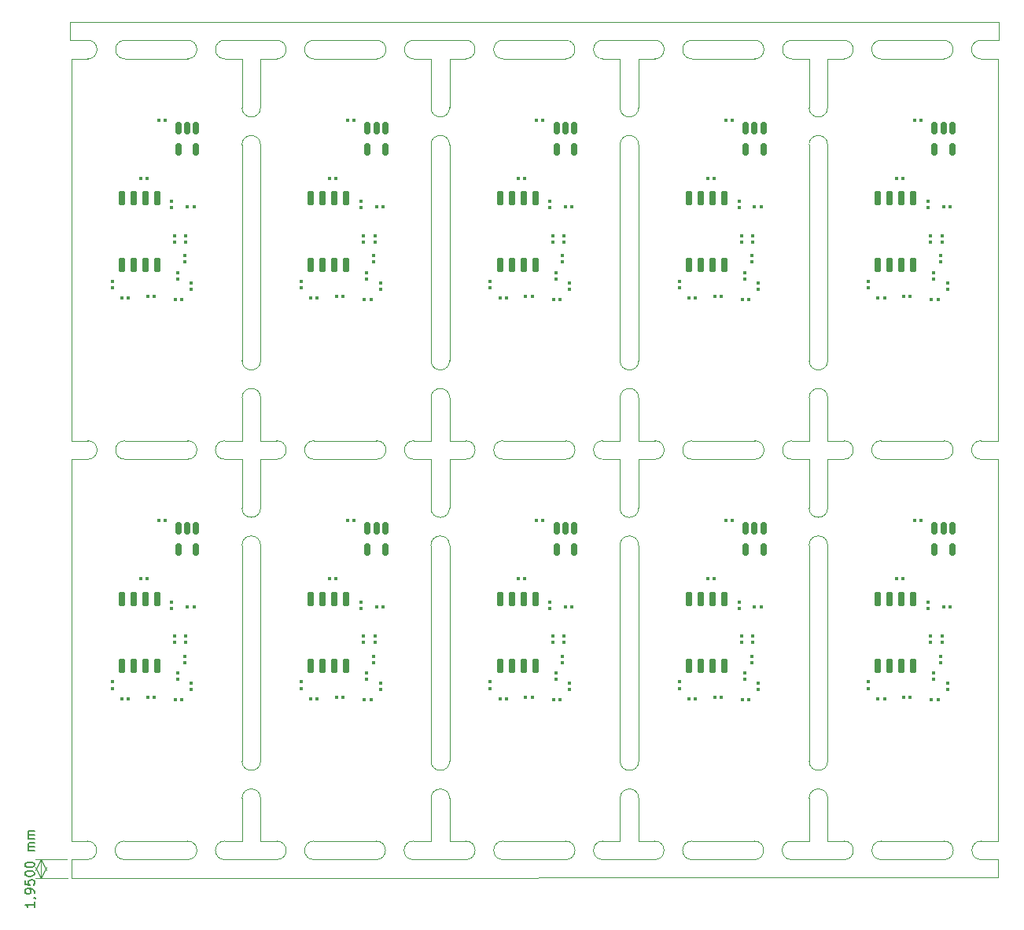
<source format=gbp>
G04 #@! TF.GenerationSoftware,KiCad,Pcbnew,7.0.6*
G04 #@! TF.CreationDate,2023-08-06T12:05:31+07:00*
G04 #@! TF.ProjectId,RP2040-Test-MassProduction,52503230-3430-42d5-9465-73742d4d6173,rev?*
G04 #@! TF.SameCoordinates,Original*
G04 #@! TF.FileFunction,Paste,Bot*
G04 #@! TF.FilePolarity,Positive*
%FSLAX46Y46*%
G04 Gerber Fmt 4.6, Leading zero omitted, Abs format (unit mm)*
G04 Created by KiCad (PCBNEW 7.0.6) date 2023-08-06 12:05:31*
%MOMM*%
%LPD*%
G01*
G04 APERTURE LIST*
G04 Aperture macros list*
%AMRoundRect*
0 Rectangle with rounded corners*
0 $1 Rounding radius*
0 $2 $3 $4 $5 $6 $7 $8 $9 X,Y pos of 4 corners*
0 Add a 4 corners polygon primitive as box body*
4,1,4,$2,$3,$4,$5,$6,$7,$8,$9,$2,$3,0*
0 Add four circle primitives for the rounded corners*
1,1,$1+$1,$2,$3*
1,1,$1+$1,$4,$5*
1,1,$1+$1,$6,$7*
1,1,$1+$1,$8,$9*
0 Add four rect primitives between the rounded corners*
20,1,$1+$1,$2,$3,$4,$5,0*
20,1,$1+$1,$4,$5,$6,$7,0*
20,1,$1+$1,$6,$7,$8,$9,0*
20,1,$1+$1,$8,$9,$2,$3,0*%
G04 Aperture macros list end*
%ADD10RoundRect,0.079500X-0.079500X-0.100500X0.079500X-0.100500X0.079500X0.100500X-0.079500X0.100500X0*%
%ADD11RoundRect,0.150000X-0.150000X0.512500X-0.150000X-0.512500X0.150000X-0.512500X0.150000X0.512500X0*%
%ADD12RoundRect,0.079500X0.079500X0.100500X-0.079500X0.100500X-0.079500X-0.100500X0.079500X-0.100500X0*%
%ADD13RoundRect,0.079500X-0.100500X0.079500X-0.100500X-0.079500X0.100500X-0.079500X0.100500X0.079500X0*%
%ADD14RoundRect,0.150000X-0.150000X0.650000X-0.150000X-0.650000X0.150000X-0.650000X0.150000X0.650000X0*%
%ADD15RoundRect,0.079500X0.100500X-0.079500X0.100500X0.079500X-0.100500X0.079500X-0.100500X-0.079500X0*%
G04 #@! TA.AperFunction,Profile*
%ADD16C,0.100000*%
G04 #@! TD*
%ADD17C,0.150000*%
G04 #@! TA.AperFunction,Profile*
%ADD18C,0.050000*%
G04 #@! TD*
G04 APERTURE END LIST*
D10*
G04 #@! TO.C,C105*
X133587988Y-119476279D03*
X134277988Y-119476279D03*
G04 #@! TD*
G04 #@! TO.C,C87*
X111937988Y-129476279D03*
X112627988Y-129476279D03*
G04 #@! TD*
D11*
G04 #@! TO.C,U10*
X152975488Y-67896279D03*
X153925488Y-67896279D03*
X154875488Y-67896279D03*
X154875488Y-70171279D03*
X152975488Y-70171279D03*
G04 #@! TD*
D12*
G04 #@! TO.C,C43*
X151512988Y-67071279D03*
X150822988Y-67071279D03*
G04 #@! TD*
D13*
G04 #@! TO.C,C39*
X133275488Y-81658779D03*
X133275488Y-82348779D03*
G04 #@! TD*
G04 #@! TO.C,C123*
X153625488Y-124788779D03*
X153625488Y-125478779D03*
G04 #@! TD*
G04 #@! TO.C,C130*
X173225488Y-126613779D03*
X173225488Y-127303779D03*
G04 #@! TD*
D12*
G04 #@! TO.C,C113*
X151512988Y-110201279D03*
X150822988Y-110201279D03*
G04 #@! TD*
D10*
G04 #@! TO.C,C31*
X132287988Y-86346279D03*
X132977988Y-86346279D03*
G04 #@! TD*
D13*
G04 #@! TO.C,C68*
X174700488Y-84583779D03*
X174700488Y-85273779D03*
G04 #@! TD*
G04 #@! TO.C,C16*
X105125488Y-84433779D03*
X105125488Y-85123779D03*
G04 #@! TD*
D12*
G04 #@! TO.C,C120*
X150337988Y-129176279D03*
X149647988Y-129176279D03*
G04 #@! TD*
G04 #@! TO.C,C36*
X129987988Y-86046279D03*
X129297988Y-86046279D03*
G04 #@! TD*
D10*
G04 #@! TO.C,C101*
X132287988Y-129476279D03*
X132977988Y-129476279D03*
G04 #@! TD*
D12*
G04 #@! TO.C,C52*
X147562988Y-86246279D03*
X146872988Y-86246279D03*
G04 #@! TD*
D13*
G04 #@! TO.C,C95*
X112925488Y-124788779D03*
X112925488Y-125478779D03*
G04 #@! TD*
D10*
G04 #@! TO.C,C129*
X172987988Y-129476279D03*
X173677988Y-129476279D03*
G04 #@! TD*
D13*
G04 #@! TO.C,C124*
X154350488Y-127713779D03*
X154350488Y-128403779D03*
G04 #@! TD*
D10*
G04 #@! TO.C,C3*
X91587988Y-86346279D03*
X92277988Y-86346279D03*
G04 #@! TD*
G04 #@! TO.C,C35*
X133587988Y-76346279D03*
X134277988Y-76346279D03*
G04 #@! TD*
G04 #@! TO.C,C77*
X92887988Y-119476279D03*
X93577988Y-119476279D03*
G04 #@! TD*
D12*
G04 #@! TO.C,C80*
X86512988Y-129376279D03*
X85822988Y-129376279D03*
G04 #@! TD*
D14*
G04 #@! TO.C,U24*
X126525488Y-118601279D03*
X127795488Y-118601279D03*
X129065488Y-118601279D03*
X130335488Y-118601279D03*
X130335488Y-125801279D03*
X129065488Y-125801279D03*
X127795488Y-125801279D03*
X126525488Y-125801279D03*
G04 #@! TD*
D12*
G04 #@! TO.C,C8*
X89287988Y-86046279D03*
X88597988Y-86046279D03*
G04 #@! TD*
D15*
G04 #@! TO.C,C65*
X172600488Y-76498779D03*
X172600488Y-75808779D03*
G04 #@! TD*
D13*
G04 #@! TO.C,C74*
X91825488Y-126613779D03*
X91825488Y-127303779D03*
G04 #@! TD*
D11*
G04 #@! TO.C,U25*
X152975488Y-111026279D03*
X153925488Y-111026279D03*
X154875488Y-111026279D03*
X154875488Y-113301279D03*
X152975488Y-113301279D03*
G04 #@! TD*
D13*
G04 #@! TO.C,C60*
X173225488Y-83483779D03*
X173225488Y-84173779D03*
G04 #@! TD*
D12*
G04 #@! TO.C,C134*
X170687988Y-129176279D03*
X169997988Y-129176279D03*
G04 #@! TD*
D11*
G04 #@! TO.C,U7*
X132625488Y-67896279D03*
X133575488Y-67896279D03*
X134525488Y-67896279D03*
X134525488Y-70171279D03*
X132625488Y-70171279D03*
G04 #@! TD*
D14*
G04 #@! TO.C,U15*
X167225488Y-75471279D03*
X168495488Y-75471279D03*
X169765488Y-75471279D03*
X171035488Y-75471279D03*
X171035488Y-82671279D03*
X169765488Y-82671279D03*
X168495488Y-82671279D03*
X167225488Y-82671279D03*
G04 #@! TD*
D13*
G04 #@! TO.C,C11*
X92575488Y-81658779D03*
X92575488Y-82348779D03*
G04 #@! TD*
D12*
G04 #@! TO.C,R27*
X149562988Y-116451279D03*
X148872988Y-116451279D03*
G04 #@! TD*
D15*
G04 #@! TO.C,C23*
X111550488Y-76498779D03*
X111550488Y-75808779D03*
G04 #@! TD*
D12*
G04 #@! TO.C,C127*
X171862988Y-110201279D03*
X171172988Y-110201279D03*
G04 #@! TD*
D13*
G04 #@! TO.C,C6*
X91490488Y-79513779D03*
X91490488Y-80203779D03*
G04 #@! TD*
D10*
G04 #@! TO.C,C49*
X153937988Y-76346279D03*
X154627988Y-76346279D03*
G04 #@! TD*
G04 #@! TO.C,C21*
X113237988Y-76346279D03*
X113927988Y-76346279D03*
G04 #@! TD*
D13*
G04 #@! TO.C,C75*
X92700488Y-122613779D03*
X92700488Y-123303779D03*
G04 #@! TD*
G04 #@! TO.C,C47*
X153750488Y-79483779D03*
X153750488Y-80173779D03*
G04 #@! TD*
D12*
G04 #@! TO.C,C136*
X167912988Y-129376279D03*
X167222988Y-129376279D03*
G04 #@! TD*
D13*
G04 #@! TO.C,C132*
X172890488Y-122643779D03*
X172890488Y-123333779D03*
G04 #@! TD*
G04 #@! TO.C,C4*
X91825488Y-83483779D03*
X91825488Y-84173779D03*
G04 #@! TD*
D12*
G04 #@! TO.C,C85*
X110812988Y-110201279D03*
X110122988Y-110201279D03*
G04 #@! TD*
D13*
G04 #@! TO.C,C30*
X125475488Y-84433779D03*
X125475488Y-85123779D03*
G04 #@! TD*
D12*
G04 #@! TO.C,R30*
X169912988Y-116451279D03*
X169222988Y-116451279D03*
G04 #@! TD*
D13*
G04 #@! TO.C,C89*
X113050488Y-122613779D03*
X113050488Y-123303779D03*
G04 #@! TD*
G04 #@! TO.C,C114*
X145825488Y-127563779D03*
X145825488Y-128253779D03*
G04 #@! TD*
D10*
G04 #@! TO.C,C63*
X174287988Y-76346279D03*
X174977988Y-76346279D03*
G04 #@! TD*
D12*
G04 #@! TO.C,R18*
X88512988Y-116451279D03*
X87822988Y-116451279D03*
G04 #@! TD*
D14*
G04 #@! TO.C,U21*
X106175488Y-118601279D03*
X107445488Y-118601279D03*
X108715488Y-118601279D03*
X109985488Y-118601279D03*
X109985488Y-125801279D03*
X108715488Y-125801279D03*
X107445488Y-125801279D03*
X106175488Y-125801279D03*
G04 #@! TD*
D13*
G04 #@! TO.C,C25*
X112925488Y-81658779D03*
X112925488Y-82348779D03*
G04 #@! TD*
D10*
G04 #@! TO.C,C59*
X172987988Y-86346279D03*
X173677988Y-86346279D03*
G04 #@! TD*
D13*
G04 #@! TO.C,C34*
X132190488Y-79513779D03*
X132190488Y-80203779D03*
G04 #@! TD*
D15*
G04 #@! TO.C,C51*
X152250488Y-76498779D03*
X152250488Y-75808779D03*
G04 #@! TD*
D12*
G04 #@! TO.C,R9*
X129212988Y-73321279D03*
X128522988Y-73321279D03*
G04 #@! TD*
D13*
G04 #@! TO.C,C5*
X92700488Y-79483779D03*
X92700488Y-80173779D03*
G04 #@! TD*
D12*
G04 #@! TO.C,C99*
X131162988Y-110201279D03*
X130472988Y-110201279D03*
G04 #@! TD*
D14*
G04 #@! TO.C,U9*
X126525488Y-75471279D03*
X127795488Y-75471279D03*
X129065488Y-75471279D03*
X130335488Y-75471279D03*
X130335488Y-82671279D03*
X129065488Y-82671279D03*
X127795488Y-82671279D03*
X126525488Y-82671279D03*
G04 #@! TD*
D12*
G04 #@! TO.C,R12*
X149562988Y-73321279D03*
X148872988Y-73321279D03*
G04 #@! TD*
D13*
G04 #@! TO.C,C33*
X133400488Y-79483779D03*
X133400488Y-80173779D03*
G04 #@! TD*
G04 #@! TO.C,C128*
X166175488Y-127563779D03*
X166175488Y-128253779D03*
G04 #@! TD*
D12*
G04 #@! TO.C,C122*
X147562988Y-129376279D03*
X146872988Y-129376279D03*
G04 #@! TD*
D13*
G04 #@! TO.C,C54*
X154350488Y-84583779D03*
X154350488Y-85273779D03*
G04 #@! TD*
D10*
G04 #@! TO.C,C119*
X153937988Y-119476279D03*
X154627988Y-119476279D03*
G04 #@! TD*
D13*
G04 #@! TO.C,C61*
X174100488Y-79483779D03*
X174100488Y-80173779D03*
G04 #@! TD*
D14*
G04 #@! TO.C,U3*
X85825488Y-75471279D03*
X87095488Y-75471279D03*
X88365488Y-75471279D03*
X89635488Y-75471279D03*
X89635488Y-82671279D03*
X88365488Y-82671279D03*
X87095488Y-82671279D03*
X85825488Y-82671279D03*
G04 #@! TD*
D15*
G04 #@! TO.C,C79*
X91200488Y-119628779D03*
X91200488Y-118938779D03*
G04 #@! TD*
D13*
G04 #@! TO.C,C88*
X112175488Y-126613779D03*
X112175488Y-127303779D03*
G04 #@! TD*
D14*
G04 #@! TO.C,U27*
X146875488Y-118601279D03*
X148145488Y-118601279D03*
X149415488Y-118601279D03*
X150685488Y-118601279D03*
X150685488Y-125801279D03*
X149415488Y-125801279D03*
X148145488Y-125801279D03*
X146875488Y-125801279D03*
G04 #@! TD*
D13*
G04 #@! TO.C,C118*
X152540488Y-122643779D03*
X152540488Y-123333779D03*
G04 #@! TD*
G04 #@! TO.C,C131*
X174100488Y-122613779D03*
X174100488Y-123303779D03*
G04 #@! TD*
G04 #@! TO.C,C40*
X134000488Y-84583779D03*
X134000488Y-85273779D03*
G04 #@! TD*
D12*
G04 #@! TO.C,C94*
X106862988Y-129376279D03*
X106172988Y-129376279D03*
G04 #@! TD*
G04 #@! TO.C,R6*
X108862988Y-73321279D03*
X108172988Y-73321279D03*
G04 #@! TD*
D10*
G04 #@! TO.C,C115*
X152637988Y-129476279D03*
X153327988Y-129476279D03*
G04 #@! TD*
D12*
G04 #@! TO.C,C108*
X127212988Y-129376279D03*
X126522988Y-129376279D03*
G04 #@! TD*
D10*
G04 #@! TO.C,C17*
X111937988Y-86346279D03*
X112627988Y-86346279D03*
G04 #@! TD*
D13*
G04 #@! TO.C,C86*
X105125488Y-127563779D03*
X105125488Y-128253779D03*
G04 #@! TD*
G04 #@! TO.C,C72*
X84775488Y-127563779D03*
X84775488Y-128253779D03*
G04 #@! TD*
D12*
G04 #@! TO.C,C92*
X109637988Y-129176279D03*
X108947988Y-129176279D03*
G04 #@! TD*
D13*
G04 #@! TO.C,C19*
X113050488Y-79483779D03*
X113050488Y-80173779D03*
G04 #@! TD*
D12*
G04 #@! TO.C,C50*
X150337988Y-86046279D03*
X149647988Y-86046279D03*
G04 #@! TD*
D13*
G04 #@! TO.C,C100*
X125475488Y-127563779D03*
X125475488Y-128253779D03*
G04 #@! TD*
D10*
G04 #@! TO.C,C7*
X92887988Y-76346279D03*
X93577988Y-76346279D03*
G04 #@! TD*
D13*
G04 #@! TO.C,C96*
X113650488Y-127713779D03*
X113650488Y-128403779D03*
G04 #@! TD*
D11*
G04 #@! TO.C,U22*
X132625488Y-111026279D03*
X133575488Y-111026279D03*
X134525488Y-111026279D03*
X134525488Y-113301279D03*
X132625488Y-113301279D03*
G04 #@! TD*
D12*
G04 #@! TO.C,C10*
X86512988Y-86246279D03*
X85822988Y-86246279D03*
G04 #@! TD*
D13*
G04 #@! TO.C,C76*
X91490488Y-122643779D03*
X91490488Y-123333779D03*
G04 #@! TD*
G04 #@! TO.C,C2*
X84775488Y-84433779D03*
X84775488Y-85123779D03*
G04 #@! TD*
D14*
G04 #@! TO.C,U30*
X167225488Y-118601279D03*
X168495488Y-118601279D03*
X169765488Y-118601279D03*
X171035488Y-118601279D03*
X171035488Y-125801279D03*
X169765488Y-125801279D03*
X168495488Y-125801279D03*
X167225488Y-125801279D03*
G04 #@! TD*
D12*
G04 #@! TO.C,C15*
X110812988Y-67071279D03*
X110122988Y-67071279D03*
G04 #@! TD*
D14*
G04 #@! TO.C,U12*
X146875488Y-75471279D03*
X148145488Y-75471279D03*
X149415488Y-75471279D03*
X150685488Y-75471279D03*
X150685488Y-82671279D03*
X149415488Y-82671279D03*
X148145488Y-82671279D03*
X146875488Y-82671279D03*
G04 #@! TD*
D13*
G04 #@! TO.C,C81*
X92575488Y-124788779D03*
X92575488Y-125478779D03*
G04 #@! TD*
D11*
G04 #@! TO.C,U4*
X112275488Y-67896279D03*
X113225488Y-67896279D03*
X114175488Y-67896279D03*
X114175488Y-70171279D03*
X112275488Y-70171279D03*
G04 #@! TD*
D13*
G04 #@! TO.C,C46*
X152875488Y-83483779D03*
X152875488Y-84173779D03*
G04 #@! TD*
D11*
G04 #@! TO.C,U28*
X173325488Y-111026279D03*
X174275488Y-111026279D03*
X175225488Y-111026279D03*
X175225488Y-113301279D03*
X173325488Y-113301279D03*
G04 #@! TD*
G04 #@! TO.C,U1*
X91925488Y-67896279D03*
X92875488Y-67896279D03*
X93825488Y-67896279D03*
X93825488Y-70171279D03*
X91925488Y-70171279D03*
G04 #@! TD*
D13*
G04 #@! TO.C,C117*
X153750488Y-122613779D03*
X153750488Y-123303779D03*
G04 #@! TD*
D15*
G04 #@! TO.C,C9*
X91200488Y-76498779D03*
X91200488Y-75808779D03*
G04 #@! TD*
G04 #@! TO.C,C37*
X131900488Y-76498779D03*
X131900488Y-75808779D03*
G04 #@! TD*
D12*
G04 #@! TO.C,C106*
X129987988Y-129176279D03*
X129297988Y-129176279D03*
G04 #@! TD*
D13*
G04 #@! TO.C,C62*
X172890488Y-79513779D03*
X172890488Y-80203779D03*
G04 #@! TD*
G04 #@! TO.C,C18*
X112175488Y-83483779D03*
X112175488Y-84173779D03*
G04 #@! TD*
G04 #@! TO.C,C58*
X166175488Y-84433779D03*
X166175488Y-85123779D03*
G04 #@! TD*
G04 #@! TO.C,C48*
X152540488Y-79513779D03*
X152540488Y-80203779D03*
G04 #@! TD*
G04 #@! TO.C,C116*
X152875488Y-126613779D03*
X152875488Y-127303779D03*
G04 #@! TD*
D14*
G04 #@! TO.C,U6*
X106175488Y-75471279D03*
X107445488Y-75471279D03*
X108715488Y-75471279D03*
X109985488Y-75471279D03*
X109985488Y-82671279D03*
X108715488Y-82671279D03*
X107445488Y-82671279D03*
X106175488Y-82671279D03*
G04 #@! TD*
D12*
G04 #@! TO.C,R3*
X88512988Y-73321279D03*
X87822988Y-73321279D03*
G04 #@! TD*
G04 #@! TO.C,C1*
X90462988Y-67071279D03*
X89772988Y-67071279D03*
G04 #@! TD*
D13*
G04 #@! TO.C,C102*
X132525488Y-126613779D03*
X132525488Y-127303779D03*
G04 #@! TD*
D11*
G04 #@! TO.C,U19*
X112275488Y-111026279D03*
X113225488Y-111026279D03*
X114175488Y-111026279D03*
X114175488Y-113301279D03*
X112275488Y-113301279D03*
G04 #@! TD*
D12*
G04 #@! TO.C,C57*
X171862988Y-67071279D03*
X171172988Y-67071279D03*
G04 #@! TD*
G04 #@! TO.C,C78*
X89287988Y-129176279D03*
X88597988Y-129176279D03*
G04 #@! TD*
D14*
G04 #@! TO.C,U18*
X85825488Y-118601279D03*
X87095488Y-118601279D03*
X88365488Y-118601279D03*
X89635488Y-118601279D03*
X89635488Y-125801279D03*
X88365488Y-125801279D03*
X87095488Y-125801279D03*
X85825488Y-125801279D03*
G04 #@! TD*
D12*
G04 #@! TO.C,C38*
X127212988Y-86246279D03*
X126522988Y-86246279D03*
G04 #@! TD*
D13*
G04 #@! TO.C,C44*
X145825488Y-84433779D03*
X145825488Y-85123779D03*
G04 #@! TD*
D12*
G04 #@! TO.C,R24*
X129212988Y-116451279D03*
X128522988Y-116451279D03*
G04 #@! TD*
D13*
G04 #@! TO.C,C26*
X113650488Y-84583779D03*
X113650488Y-85273779D03*
G04 #@! TD*
D10*
G04 #@! TO.C,C91*
X113237988Y-119476279D03*
X113927988Y-119476279D03*
G04 #@! TD*
D11*
G04 #@! TO.C,U13*
X173325488Y-67896279D03*
X174275488Y-67896279D03*
X175225488Y-67896279D03*
X175225488Y-70171279D03*
X173325488Y-70171279D03*
G04 #@! TD*
D12*
G04 #@! TO.C,C64*
X170687988Y-86046279D03*
X169997988Y-86046279D03*
G04 #@! TD*
D13*
G04 #@! TO.C,C104*
X132190488Y-122643779D03*
X132190488Y-123333779D03*
G04 #@! TD*
D12*
G04 #@! TO.C,R15*
X169912988Y-73321279D03*
X169222988Y-73321279D03*
G04 #@! TD*
D15*
G04 #@! TO.C,C93*
X111550488Y-119628779D03*
X111550488Y-118938779D03*
G04 #@! TD*
D13*
G04 #@! TO.C,C110*
X134000488Y-127713779D03*
X134000488Y-128403779D03*
G04 #@! TD*
D15*
G04 #@! TO.C,C107*
X131900488Y-119628779D03*
X131900488Y-118938779D03*
G04 #@! TD*
D13*
G04 #@! TO.C,C90*
X111840488Y-122643779D03*
X111840488Y-123333779D03*
G04 #@! TD*
D12*
G04 #@! TO.C,C71*
X90462988Y-110201279D03*
X89772988Y-110201279D03*
G04 #@! TD*
D15*
G04 #@! TO.C,C135*
X172600488Y-119628779D03*
X172600488Y-118938779D03*
G04 #@! TD*
D12*
G04 #@! TO.C,C24*
X106862988Y-86246279D03*
X106172988Y-86246279D03*
G04 #@! TD*
D13*
G04 #@! TO.C,C82*
X93300488Y-127713779D03*
X93300488Y-128403779D03*
G04 #@! TD*
D10*
G04 #@! TO.C,C133*
X174287988Y-119476279D03*
X174977988Y-119476279D03*
G04 #@! TD*
D11*
G04 #@! TO.C,U16*
X91925488Y-111026279D03*
X92875488Y-111026279D03*
X93825488Y-111026279D03*
X93825488Y-113301279D03*
X91925488Y-113301279D03*
G04 #@! TD*
D13*
G04 #@! TO.C,C12*
X93300488Y-84583779D03*
X93300488Y-85273779D03*
G04 #@! TD*
D12*
G04 #@! TO.C,C29*
X131162988Y-67071279D03*
X130472988Y-67071279D03*
G04 #@! TD*
G04 #@! TO.C,C66*
X167912988Y-86246279D03*
X167222988Y-86246279D03*
G04 #@! TD*
D13*
G04 #@! TO.C,C53*
X153625488Y-81658779D03*
X153625488Y-82348779D03*
G04 #@! TD*
G04 #@! TO.C,C109*
X133275488Y-124788779D03*
X133275488Y-125478779D03*
G04 #@! TD*
G04 #@! TO.C,C137*
X173975488Y-124788779D03*
X173975488Y-125478779D03*
G04 #@! TD*
G04 #@! TO.C,C103*
X133400488Y-122613779D03*
X133400488Y-123303779D03*
G04 #@! TD*
D15*
G04 #@! TO.C,C121*
X152250488Y-119628779D03*
X152250488Y-118938779D03*
G04 #@! TD*
D13*
G04 #@! TO.C,C67*
X173975488Y-81658779D03*
X173975488Y-82348779D03*
G04 #@! TD*
G04 #@! TO.C,C32*
X132525488Y-83483779D03*
X132525488Y-84173779D03*
G04 #@! TD*
D12*
G04 #@! TO.C,C22*
X109637988Y-86046279D03*
X108947988Y-86046279D03*
G04 #@! TD*
D13*
G04 #@! TO.C,C20*
X111840488Y-79513779D03*
X111840488Y-80203779D03*
G04 #@! TD*
D10*
G04 #@! TO.C,C73*
X91587988Y-129476279D03*
X92277988Y-129476279D03*
G04 #@! TD*
G04 #@! TO.C,C45*
X152637988Y-86346279D03*
X153327988Y-86346279D03*
G04 #@! TD*
D13*
G04 #@! TO.C,C138*
X174700488Y-127713779D03*
X174700488Y-128403779D03*
G04 #@! TD*
D12*
G04 #@! TO.C,R21*
X108862988Y-116451279D03*
X108172988Y-116451279D03*
G04 #@! TD*
D16*
X174330000Y-146700000D02*
X167570000Y-146700000D01*
X163570000Y-146700000D02*
X157910000Y-146700000D01*
X153910000Y-146700000D02*
X147190000Y-146700000D01*
X137600000Y-146700000D02*
X143190000Y-146700000D01*
X133600000Y-146700000D02*
X126850000Y-146700000D01*
X122850000Y-146700000D02*
X117200000Y-146700000D01*
X113200000Y-146700000D02*
X106500000Y-146700000D01*
X96900000Y-146700000D02*
X102500000Y-146700000D01*
X92900000Y-146700000D02*
X86100000Y-146700000D01*
X180150000Y-146700000D02*
X180150000Y-148600000D01*
X80450000Y-148650000D02*
X180150000Y-148600000D01*
X178330000Y-146700000D02*
X180150000Y-146700000D01*
X80400000Y-146700000D02*
X80400000Y-148650000D01*
D17*
X76404819Y-151246428D02*
X76404819Y-151817856D01*
X76404819Y-151532142D02*
X75404819Y-151532142D01*
X75404819Y-151532142D02*
X75547676Y-151627380D01*
X75547676Y-151627380D02*
X75642914Y-151722618D01*
X75642914Y-151722618D02*
X75690533Y-151817856D01*
X76357200Y-150770237D02*
X76404819Y-150770237D01*
X76404819Y-150770237D02*
X76500057Y-150817856D01*
X76500057Y-150817856D02*
X76547676Y-150865475D01*
X76404819Y-150294047D02*
X76404819Y-150103571D01*
X76404819Y-150103571D02*
X76357200Y-150008333D01*
X76357200Y-150008333D02*
X76309580Y-149960714D01*
X76309580Y-149960714D02*
X76166723Y-149865476D01*
X76166723Y-149865476D02*
X75976247Y-149817857D01*
X75976247Y-149817857D02*
X75595295Y-149817857D01*
X75595295Y-149817857D02*
X75500057Y-149865476D01*
X75500057Y-149865476D02*
X75452438Y-149913095D01*
X75452438Y-149913095D02*
X75404819Y-150008333D01*
X75404819Y-150008333D02*
X75404819Y-150198809D01*
X75404819Y-150198809D02*
X75452438Y-150294047D01*
X75452438Y-150294047D02*
X75500057Y-150341666D01*
X75500057Y-150341666D02*
X75595295Y-150389285D01*
X75595295Y-150389285D02*
X75833390Y-150389285D01*
X75833390Y-150389285D02*
X75928628Y-150341666D01*
X75928628Y-150341666D02*
X75976247Y-150294047D01*
X75976247Y-150294047D02*
X76023866Y-150198809D01*
X76023866Y-150198809D02*
X76023866Y-150008333D01*
X76023866Y-150008333D02*
X75976247Y-149913095D01*
X75976247Y-149913095D02*
X75928628Y-149865476D01*
X75928628Y-149865476D02*
X75833390Y-149817857D01*
X75404819Y-148913095D02*
X75404819Y-149389285D01*
X75404819Y-149389285D02*
X75881009Y-149436904D01*
X75881009Y-149436904D02*
X75833390Y-149389285D01*
X75833390Y-149389285D02*
X75785771Y-149294047D01*
X75785771Y-149294047D02*
X75785771Y-149055952D01*
X75785771Y-149055952D02*
X75833390Y-148960714D01*
X75833390Y-148960714D02*
X75881009Y-148913095D01*
X75881009Y-148913095D02*
X75976247Y-148865476D01*
X75976247Y-148865476D02*
X76214342Y-148865476D01*
X76214342Y-148865476D02*
X76309580Y-148913095D01*
X76309580Y-148913095D02*
X76357200Y-148960714D01*
X76357200Y-148960714D02*
X76404819Y-149055952D01*
X76404819Y-149055952D02*
X76404819Y-149294047D01*
X76404819Y-149294047D02*
X76357200Y-149389285D01*
X76357200Y-149389285D02*
X76309580Y-149436904D01*
X75404819Y-148246428D02*
X75404819Y-148151190D01*
X75404819Y-148151190D02*
X75452438Y-148055952D01*
X75452438Y-148055952D02*
X75500057Y-148008333D01*
X75500057Y-148008333D02*
X75595295Y-147960714D01*
X75595295Y-147960714D02*
X75785771Y-147913095D01*
X75785771Y-147913095D02*
X76023866Y-147913095D01*
X76023866Y-147913095D02*
X76214342Y-147960714D01*
X76214342Y-147960714D02*
X76309580Y-148008333D01*
X76309580Y-148008333D02*
X76357200Y-148055952D01*
X76357200Y-148055952D02*
X76404819Y-148151190D01*
X76404819Y-148151190D02*
X76404819Y-148246428D01*
X76404819Y-148246428D02*
X76357200Y-148341666D01*
X76357200Y-148341666D02*
X76309580Y-148389285D01*
X76309580Y-148389285D02*
X76214342Y-148436904D01*
X76214342Y-148436904D02*
X76023866Y-148484523D01*
X76023866Y-148484523D02*
X75785771Y-148484523D01*
X75785771Y-148484523D02*
X75595295Y-148436904D01*
X75595295Y-148436904D02*
X75500057Y-148389285D01*
X75500057Y-148389285D02*
X75452438Y-148341666D01*
X75452438Y-148341666D02*
X75404819Y-148246428D01*
X75404819Y-147294047D02*
X75404819Y-147198809D01*
X75404819Y-147198809D02*
X75452438Y-147103571D01*
X75452438Y-147103571D02*
X75500057Y-147055952D01*
X75500057Y-147055952D02*
X75595295Y-147008333D01*
X75595295Y-147008333D02*
X75785771Y-146960714D01*
X75785771Y-146960714D02*
X76023866Y-146960714D01*
X76023866Y-146960714D02*
X76214342Y-147008333D01*
X76214342Y-147008333D02*
X76309580Y-147055952D01*
X76309580Y-147055952D02*
X76357200Y-147103571D01*
X76357200Y-147103571D02*
X76404819Y-147198809D01*
X76404819Y-147198809D02*
X76404819Y-147294047D01*
X76404819Y-147294047D02*
X76357200Y-147389285D01*
X76357200Y-147389285D02*
X76309580Y-147436904D01*
X76309580Y-147436904D02*
X76214342Y-147484523D01*
X76214342Y-147484523D02*
X76023866Y-147532142D01*
X76023866Y-147532142D02*
X75785771Y-147532142D01*
X75785771Y-147532142D02*
X75595295Y-147484523D01*
X75595295Y-147484523D02*
X75500057Y-147436904D01*
X75500057Y-147436904D02*
X75452438Y-147389285D01*
X75452438Y-147389285D02*
X75404819Y-147294047D01*
X76404819Y-145770237D02*
X75738152Y-145770237D01*
X75833390Y-145770237D02*
X75785771Y-145722618D01*
X75785771Y-145722618D02*
X75738152Y-145627380D01*
X75738152Y-145627380D02*
X75738152Y-145484523D01*
X75738152Y-145484523D02*
X75785771Y-145389285D01*
X75785771Y-145389285D02*
X75881009Y-145341666D01*
X75881009Y-145341666D02*
X76404819Y-145341666D01*
X75881009Y-145341666D02*
X75785771Y-145294047D01*
X75785771Y-145294047D02*
X75738152Y-145198809D01*
X75738152Y-145198809D02*
X75738152Y-145055952D01*
X75738152Y-145055952D02*
X75785771Y-144960713D01*
X75785771Y-144960713D02*
X75881009Y-144913094D01*
X75881009Y-144913094D02*
X76404819Y-144913094D01*
X76404819Y-144436904D02*
X75738152Y-144436904D01*
X75833390Y-144436904D02*
X75785771Y-144389285D01*
X75785771Y-144389285D02*
X75738152Y-144294047D01*
X75738152Y-144294047D02*
X75738152Y-144151190D01*
X75738152Y-144151190D02*
X75785771Y-144055952D01*
X75785771Y-144055952D02*
X75881009Y-144008333D01*
X75881009Y-144008333D02*
X76404819Y-144008333D01*
X75881009Y-144008333D02*
X75785771Y-143960714D01*
X75785771Y-143960714D02*
X75738152Y-143865476D01*
X75738152Y-143865476D02*
X75738152Y-143722619D01*
X75738152Y-143722619D02*
X75785771Y-143627380D01*
X75785771Y-143627380D02*
X75881009Y-143579761D01*
X75881009Y-143579761D02*
X76404819Y-143579761D01*
D18*
X79900000Y-146700000D02*
X76513580Y-146700000D01*
X76513580Y-148650000D02*
X79950000Y-148650000D01*
X77100000Y-146700000D02*
X77100000Y-148650000D01*
X77100000Y-146700000D02*
X77100000Y-148650000D01*
X77100000Y-146700000D02*
X77686421Y-147826504D01*
X77100000Y-146700000D02*
X76513579Y-147826504D01*
X77100000Y-148650000D02*
X76513579Y-147523496D01*
X77100000Y-148650000D02*
X77686421Y-147523496D01*
D16*
X82100000Y-146700000D02*
X80400000Y-146700000D01*
X98740488Y-144706279D02*
X98740488Y-140090000D01*
X159805000Y-92940000D02*
X159795000Y-69710000D01*
X119105000Y-136070000D02*
X119095000Y-112840000D01*
X180155000Y-136070000D02*
X180155000Y-140090000D01*
X180155000Y-92940000D02*
X180145000Y-69710000D01*
X121110000Y-144700000D02*
X121110000Y-140090000D01*
X102500000Y-101576279D02*
X100760000Y-101576279D01*
X180165488Y-103581279D02*
X178300000Y-103580000D01*
X139450000Y-60450000D02*
X139450000Y-65710000D01*
X113250000Y-58450000D02*
X106500000Y-58450000D01*
X92900000Y-103580000D02*
X86150000Y-103580000D01*
X80250000Y-58450000D02*
X80250000Y-56500000D01*
X119100000Y-103580000D02*
X119100000Y-108840000D01*
X98750000Y-60450000D02*
X98750000Y-65710000D01*
X141460000Y-136070000D02*
X141450000Y-112840000D01*
X161800000Y-60450000D02*
X161800000Y-65710000D01*
X174300000Y-144700000D02*
X167540000Y-144700000D01*
X139450000Y-103580000D02*
X139450000Y-108840000D01*
X141450000Y-103580000D02*
X141450000Y-108840000D01*
X143200000Y-60450000D02*
X141450000Y-60450000D01*
X139440488Y-144700000D02*
X139440488Y-140090000D01*
X113250000Y-103580000D02*
X106500000Y-103580000D01*
X139450000Y-60450000D02*
X137600000Y-60450000D01*
X122850000Y-103580000D02*
X121100000Y-103580000D01*
X102500000Y-60450000D02*
X100750000Y-60450000D01*
X180250000Y-58450000D02*
X178300000Y-58450000D01*
X139450000Y-103580000D02*
X137600000Y-103580000D01*
X159805000Y-136070000D02*
X159795000Y-112840000D01*
X133600000Y-101580000D02*
X126850000Y-101580000D01*
X141460000Y-92940000D02*
X141450000Y-69710000D01*
X180140488Y-101576279D02*
X178300000Y-101575000D01*
X92900000Y-60450000D02*
X86150000Y-60450000D01*
X98740488Y-144706279D02*
X96900000Y-144705000D01*
X98750000Y-103580000D02*
X98750000Y-108840000D01*
X113250000Y-60450000D02*
X106500000Y-60450000D01*
X159790488Y-144700000D02*
X159790488Y-140090000D01*
X82150000Y-58450000D02*
X80250000Y-58450000D01*
X139440488Y-144700000D02*
X137600000Y-144700000D01*
X98740488Y-101576279D02*
X98740488Y-96960000D01*
X121110000Y-101576279D02*
X121110000Y-96960000D01*
X153950000Y-101580000D02*
X147200000Y-101580000D01*
X139440488Y-101576279D02*
X139440488Y-96960000D01*
X159800000Y-103580000D02*
X159800000Y-108840000D01*
X113240000Y-144700000D02*
X106500000Y-144700000D01*
X180150000Y-60450000D02*
X178300000Y-60450000D01*
X143200000Y-58450000D02*
X137600000Y-58450000D01*
X119090488Y-101576279D02*
X119090488Y-96960000D01*
X159800000Y-103580000D02*
X157950000Y-103580000D01*
X100750000Y-103580000D02*
X100750000Y-108840000D01*
X163550000Y-58450000D02*
X157950000Y-58450000D01*
X122850000Y-144700000D02*
X121110000Y-144700000D01*
X98755000Y-136070000D02*
X98745000Y-112840000D01*
X174300000Y-101580000D02*
X167550000Y-101580000D01*
X161810000Y-92940000D02*
X161800000Y-69710000D01*
X143200000Y-103580000D02*
X141450000Y-103580000D01*
X153950000Y-103580000D02*
X147200000Y-103580000D01*
X133600000Y-103580000D02*
X126850000Y-103580000D01*
X80400000Y-108790000D02*
X80400000Y-112810000D01*
X133600000Y-144700000D02*
X126850000Y-144700000D01*
X159800000Y-60451279D02*
X159800000Y-65710000D01*
X159790488Y-144700000D02*
X157910000Y-144700000D01*
X119100000Y-103580000D02*
X117250000Y-103580000D01*
X163550000Y-103580000D02*
X161800000Y-103580000D01*
X180140488Y-144700000D02*
X178290000Y-144700000D01*
X133600000Y-60450000D02*
X126850000Y-60450000D01*
X161810000Y-136070000D02*
X161800000Y-112840000D01*
X98750000Y-60450000D02*
X96900000Y-60450000D01*
X180165488Y-108840000D02*
X180145000Y-112840000D01*
X98740488Y-101576279D02*
X96900000Y-101575000D01*
X119100000Y-60451279D02*
X119100000Y-65710000D01*
X98755000Y-92940000D02*
X98745000Y-69710000D01*
X153950000Y-58450000D02*
X147200000Y-58450000D01*
X92900000Y-58450000D02*
X86150000Y-58450000D01*
X100750000Y-60450000D02*
X100750000Y-65710000D01*
X113250000Y-101580000D02*
X106500000Y-101580000D01*
X139455000Y-92940000D02*
X139445000Y-69710000D01*
X139440488Y-101576279D02*
X137600000Y-101575000D01*
X143210000Y-144700000D02*
X141460000Y-144700000D01*
X119100000Y-60451279D02*
X117250000Y-60450000D01*
X119090000Y-144700000D02*
X119090488Y-140090000D01*
X80400000Y-65710000D02*
X80400000Y-69730000D01*
X82100000Y-144700000D02*
X80410000Y-144700000D01*
X141460000Y-144700000D02*
X141460000Y-140090000D01*
X100760000Y-144700000D02*
X100760000Y-140090000D01*
X153950000Y-144700000D02*
X147190000Y-144700000D01*
X80410000Y-92940000D02*
X80400000Y-69710000D01*
X180155000Y-136070000D02*
X180145000Y-112840000D01*
X180250000Y-56500000D02*
X180250000Y-58450000D01*
X174300000Y-58450000D02*
X167550000Y-58450000D01*
X121100000Y-60450000D02*
X121100000Y-65710000D01*
X82150000Y-60450000D02*
X80400000Y-60450000D01*
X180165488Y-103580000D02*
X180165488Y-108840000D01*
X102500000Y-144700000D02*
X100760000Y-144700000D01*
X143200000Y-101576279D02*
X141460000Y-101576279D01*
X80410000Y-144700000D02*
X80410000Y-140090000D01*
X119090488Y-101576279D02*
X117250000Y-101575000D01*
X180140488Y-144700000D02*
X180140488Y-140090000D01*
X100760000Y-101576279D02*
X100760000Y-96960000D01*
X92900000Y-101580000D02*
X86150000Y-101580000D01*
X80410000Y-136070000D02*
X80410000Y-140090000D01*
X121110000Y-136070000D02*
X121100000Y-112840000D01*
X141460000Y-101576279D02*
X141460000Y-96960000D01*
X80250000Y-56500000D02*
X180250000Y-56500000D01*
X80410000Y-136070000D02*
X80400000Y-112840000D01*
X80410000Y-101576279D02*
X80410000Y-96960000D01*
X80400000Y-60450000D02*
X80400000Y-65710000D01*
X159790488Y-101576279D02*
X159790488Y-96960000D01*
X121100000Y-103580000D02*
X121100000Y-108840000D01*
X80410000Y-92940000D02*
X80410000Y-96960000D01*
X180165488Y-60450000D02*
X180165488Y-65710000D01*
X133600000Y-58450000D02*
X126850000Y-58450000D01*
X174300000Y-103580000D02*
X167550000Y-103580000D01*
X122850000Y-58450000D02*
X117250000Y-58450000D01*
X159800000Y-60451279D02*
X157950000Y-60450000D01*
X122850000Y-60450000D02*
X121100000Y-60450000D01*
X119090000Y-144700000D02*
X117200000Y-144700000D01*
X141450000Y-60450000D02*
X141450000Y-65710000D01*
X100760000Y-136070000D02*
X100750000Y-112840000D01*
X174300000Y-60450000D02*
X167550000Y-60450000D01*
X161810000Y-144700000D02*
X161810000Y-140090000D01*
X139455000Y-136070000D02*
X139445000Y-112840000D01*
X98750000Y-103580000D02*
X96900000Y-103580000D01*
X161810000Y-101576279D02*
X161810000Y-96960000D01*
X119105000Y-92940000D02*
X119095000Y-69710000D01*
X180155000Y-92940000D02*
X180140488Y-96960000D01*
X102500000Y-103580000D02*
X100750000Y-103580000D01*
X163550000Y-101576279D02*
X161810000Y-101576279D01*
X180140488Y-101576279D02*
X180140488Y-96960000D01*
X80400000Y-103580000D02*
X80400000Y-108840000D01*
X122850000Y-101576279D02*
X121110000Y-101576279D01*
X161800000Y-103580000D02*
X161800000Y-108840000D01*
X153950000Y-60450000D02*
X147200000Y-60450000D01*
X100760000Y-92940000D02*
X100750000Y-69710000D01*
X163550000Y-60450000D02*
X161800000Y-60450000D01*
X82150000Y-103580000D02*
X80400000Y-103580000D01*
X159790488Y-101576279D02*
X157950000Y-101575000D01*
X121110000Y-92940000D02*
X121100000Y-69710000D01*
X102500000Y-58450000D02*
X96900000Y-58450000D01*
X163550000Y-144700000D02*
X161810000Y-144700000D01*
X92900000Y-144700000D02*
X86100000Y-144700000D01*
X82150000Y-101576279D02*
X80410000Y-101576279D01*
X180165488Y-65710000D02*
X180145000Y-69710000D01*
G04 #@! TO.C,mouse-bite-2mm-slot*
X174330000Y-146700000D02*
G75*
G03*
X174330000Y-144700000I0J1000000D01*
G01*
X178330000Y-144700000D02*
G75*
G03*
X178330000Y-146700000I0J-1000000D01*
G01*
X163570000Y-146700000D02*
G75*
G03*
X163570000Y-144700000I0J1000000D01*
G01*
X167570000Y-144700000D02*
G75*
G03*
X167570000Y-146700000I0J-1000000D01*
G01*
X153910000Y-146700000D02*
G75*
G03*
X153910000Y-144700000I0J1000000D01*
G01*
X157910000Y-144700000D02*
G75*
G03*
X157910000Y-146700000I0J-1000000D01*
G01*
X143190000Y-146700000D02*
G75*
G03*
X143190000Y-144700000I0J1000000D01*
G01*
X147190000Y-144700000D02*
G75*
G03*
X147190000Y-146700000I0J-1000000D01*
G01*
X133600000Y-146700000D02*
G75*
G03*
X133600000Y-144700000I0J1000000D01*
G01*
X137600000Y-144700000D02*
G75*
G03*
X137600000Y-146700000I0J-1000000D01*
G01*
X122850000Y-146700000D02*
G75*
G03*
X122850000Y-144700000I0J1000000D01*
G01*
X126850000Y-144700000D02*
G75*
G03*
X126850000Y-146700000I0J-1000000D01*
G01*
X113200000Y-146700000D02*
G75*
G03*
X113200000Y-144700000I0J1000000D01*
G01*
X117200000Y-144700000D02*
G75*
G03*
X117200000Y-146700000I0J-1000000D01*
G01*
X102500000Y-146700000D02*
G75*
G03*
X102500000Y-144700000I0J1000000D01*
G01*
X106500000Y-144700000D02*
G75*
G03*
X106500000Y-146700000I0J-1000000D01*
G01*
X92900000Y-146700000D02*
G75*
G03*
X92900000Y-144700000I0J1000000D01*
G01*
X96900000Y-144700000D02*
G75*
G03*
X96900000Y-146700000I0J-1000000D01*
G01*
X82100000Y-146700000D02*
G75*
G03*
X82100000Y-144700000I0J1000000D01*
G01*
X86100000Y-144700000D02*
G75*
G03*
X86100000Y-146700000I0J-1000000D01*
G01*
G04 #@! TO.C,mouse-bite-2mm-slot20*
X92900000Y-103580000D02*
G75*
G03*
X92900000Y-101580000I0J1000000D01*
G01*
X96900000Y-101580000D02*
G75*
G03*
X96900000Y-103580000I0J-1000000D01*
G01*
G04 #@! TO.C,mouse-bite-2mm-slot4*
X113250000Y-60450000D02*
G75*
G03*
X113250000Y-58450000I0J1000000D01*
G01*
X117250000Y-58450000D02*
G75*
G03*
X117250000Y-60450000I0J-1000000D01*
G01*
G04 #@! TO.C,mouse-bite-2mm-slot3*
X102500000Y-60450000D02*
G75*
G03*
X102500000Y-58450000I0J1000000D01*
G01*
X106500000Y-58450000D02*
G75*
G03*
X106500000Y-60450000I0J-1000000D01*
G01*
G04 #@! TO.C,mouse-bite-2mm-slot6*
X121100000Y-69710000D02*
G75*
G03*
X119100000Y-69710000I-1000000J0D01*
G01*
X119100000Y-65710000D02*
G75*
G03*
X121100000Y-65710000I1000000J0D01*
G01*
G04 #@! TO.C,mouse-bite-2mm-slot23*
X102500000Y-103580000D02*
G75*
G03*
X102500000Y-101580000I0J1000000D01*
G01*
X106500000Y-101580000D02*
G75*
G03*
X106500000Y-103580000I0J-1000000D01*
G01*
G04 #@! TO.C,mouse-bite-2mm-slot2*
X100750000Y-69710000D02*
G75*
G03*
X98750000Y-69710000I-1000000J0D01*
G01*
X98750000Y-65710000D02*
G75*
G03*
X100750000Y-65710000I1000000J0D01*
G01*
G04 #@! TO.C,mouse-bite-2mm-slot24*
X113250000Y-103580000D02*
G75*
G03*
X113250000Y-101580000I0J1000000D01*
G01*
X117250000Y-101580000D02*
G75*
G03*
X117250000Y-103580000I0J-1000000D01*
G01*
G04 #@! TO.C,mouse-bite-2mm-slot35*
X163550000Y-103580000D02*
G75*
G03*
X163550000Y-101580000I0J1000000D01*
G01*
X167550000Y-101580000D02*
G75*
G03*
X167550000Y-103580000I0J-1000000D01*
G01*
G04 #@! TO.C,mouse-bite-2mm-slot36*
X174300000Y-103580000D02*
G75*
G03*
X174300000Y-101580000I0J1000000D01*
G01*
X178300000Y-101580000D02*
G75*
G03*
X178300000Y-103580000I0J-1000000D01*
G01*
G04 #@! TO.C,mouse-bite-2mm-slot15*
X163550000Y-60450000D02*
G75*
G03*
X163550000Y-58450000I0J1000000D01*
G01*
X167550000Y-58450000D02*
G75*
G03*
X167550000Y-60450000I0J-1000000D01*
G01*
G04 #@! TO.C,mouse-bite-2mm-slot13*
X161810000Y-96960000D02*
G75*
G03*
X159810000Y-96960000I-1000000J0D01*
G01*
X159810000Y-92960000D02*
G75*
G03*
X161810000Y-92960000I1000000J0D01*
G01*
G04 #@! TO.C,mouse-bite-2mm-slot1*
X100760000Y-96960000D02*
G75*
G03*
X98760000Y-96960000I-1000000J0D01*
G01*
X98760000Y-92960000D02*
G75*
G03*
X100760000Y-92960000I1000000J0D01*
G01*
G04 #@! TO.C,mouse-bite-2mm-slot30*
X141450000Y-112840000D02*
G75*
G03*
X139450000Y-112840000I-1000000J0D01*
G01*
X139450000Y-108840000D02*
G75*
G03*
X141450000Y-108840000I1000000J0D01*
G01*
G04 #@! TO.C,mouse-bite-2mm-slot7*
X122850000Y-60450000D02*
G75*
G03*
X122850000Y-58450000I0J1000000D01*
G01*
X126850000Y-58450000D02*
G75*
G03*
X126850000Y-60450000I0J-1000000D01*
G01*
G04 #@! TO.C,mouse-bite-2mm-slot14*
X161800000Y-69710000D02*
G75*
G03*
X159800000Y-69710000I-1000000J0D01*
G01*
X159800000Y-65710000D02*
G75*
G03*
X161800000Y-65710000I1000000J0D01*
G01*
G04 #@! TO.C,mouse-bite-2mm-slot*
X82150000Y-60450000D02*
G75*
G03*
X82150000Y-58450000I0J1000000D01*
G01*
X86150000Y-58450000D02*
G75*
G03*
X86150000Y-60450000I0J-1000000D01*
G01*
G04 #@! TO.C,mouse-bite-2mm-slot16*
X174300000Y-60450000D02*
G75*
G03*
X174300000Y-58450000I0J1000000D01*
G01*
X178300000Y-58450000D02*
G75*
G03*
X178300000Y-60450000I0J-1000000D01*
G01*
G04 #@! TO.C,mouse-bite-2mm-slot9*
X141460000Y-96960000D02*
G75*
G03*
X139460000Y-96960000I-1000000J0D01*
G01*
X139460000Y-92960000D02*
G75*
G03*
X141460000Y-92960000I1000000J0D01*
G01*
G04 #@! TO.C,mouse-bite-2mm-slot12*
X153950000Y-60450000D02*
G75*
G03*
X153950000Y-58450000I0J1000000D01*
G01*
X157950000Y-58450000D02*
G75*
G03*
X157950000Y-60450000I0J-1000000D01*
G01*
G04 #@! TO.C,mouse-bite-2mm-slot5*
X121110000Y-96960000D02*
G75*
G03*
X119110000Y-96960000I-1000000J0D01*
G01*
X119110000Y-92960000D02*
G75*
G03*
X121110000Y-92960000I1000000J0D01*
G01*
G04 #@! TO.C,mouse-bite-2mm-slot28*
X133600000Y-103580000D02*
G75*
G03*
X133600000Y-101580000I0J1000000D01*
G01*
X137600000Y-101580000D02*
G75*
G03*
X137600000Y-103580000I0J-1000000D01*
G01*
G04 #@! TO.C,mouse-bite-2mm-slot8*
X133600000Y-60450000D02*
G75*
G03*
X133600000Y-58450000I0J1000000D01*
G01*
X137600000Y-58450000D02*
G75*
G03*
X137600000Y-60450000I0J-1000000D01*
G01*
G04 #@! TO.C,mouse-bite-2mm-slot26*
X121100000Y-112840000D02*
G75*
G03*
X119100000Y-112840000I-1000000J0D01*
G01*
X119100000Y-108840000D02*
G75*
G03*
X121100000Y-108840000I1000000J0D01*
G01*
G04 #@! TO.C,mouse-bite-2mm-slot*
X92900000Y-60450000D02*
G75*
G03*
X92900000Y-58450000I0J1000000D01*
G01*
X96900000Y-58450000D02*
G75*
G03*
X96900000Y-60450000I0J-1000000D01*
G01*
G04 #@! TO.C,mouse-bite-2mm-slot19*
X82150000Y-103580000D02*
G75*
G03*
X82150000Y-101580000I0J1000000D01*
G01*
X86150000Y-101580000D02*
G75*
G03*
X86150000Y-103580000I0J-1000000D01*
G01*
G04 #@! TO.C,mouse-bite-2mm-slot32*
X153950000Y-103580000D02*
G75*
G03*
X153950000Y-101580000I0J1000000D01*
G01*
X157950000Y-101580000D02*
G75*
G03*
X157950000Y-103580000I0J-1000000D01*
G01*
G04 #@! TO.C,mouse-bite-2mm-slot34*
X161800000Y-112840000D02*
G75*
G03*
X159800000Y-112840000I-1000000J0D01*
G01*
X159800000Y-108840000D02*
G75*
G03*
X161800000Y-108840000I1000000J0D01*
G01*
G04 #@! TO.C,mouse-bite-2mm-slot25*
X121110000Y-140090000D02*
G75*
G03*
X119110000Y-140090000I-1000000J0D01*
G01*
X119110000Y-136090000D02*
G75*
G03*
X121110000Y-136090000I1000000J0D01*
G01*
G04 #@! TO.C,mouse-bite-2mm-slot10*
X141450000Y-69710000D02*
G75*
G03*
X139450000Y-69710000I-1000000J0D01*
G01*
X139450000Y-65710000D02*
G75*
G03*
X141450000Y-65710000I1000000J0D01*
G01*
G04 #@! TO.C,mouse-bite-2mm-slot21*
X100760000Y-140090000D02*
G75*
G03*
X98760000Y-140090000I-1000000J0D01*
G01*
X98760000Y-136090000D02*
G75*
G03*
X100760000Y-136090000I1000000J0D01*
G01*
G04 #@! TO.C,mouse-bite-2mm-slot27*
X122850000Y-103580000D02*
G75*
G03*
X122850000Y-101580000I0J1000000D01*
G01*
X126850000Y-101580000D02*
G75*
G03*
X126850000Y-103580000I0J-1000000D01*
G01*
G04 #@! TO.C,mouse-bite-2mm-slot11*
X143200000Y-60450000D02*
G75*
G03*
X143200000Y-58450000I0J1000000D01*
G01*
X147200000Y-58450000D02*
G75*
G03*
X147200000Y-60450000I0J-1000000D01*
G01*
G04 #@! TO.C,mouse-bite-2mm-slot31*
X143200000Y-103580000D02*
G75*
G03*
X143200000Y-101580000I0J1000000D01*
G01*
X147200000Y-101580000D02*
G75*
G03*
X147200000Y-103580000I0J-1000000D01*
G01*
G04 #@! TO.C,mouse-bite-2mm-slot22*
X100750000Y-112840000D02*
G75*
G03*
X98750000Y-112840000I-1000000J0D01*
G01*
X98750000Y-108840000D02*
G75*
G03*
X100750000Y-108840000I1000000J0D01*
G01*
G04 #@! TO.C,mouse-bite-2mm-slot33*
X161810000Y-140090000D02*
G75*
G03*
X159810000Y-140090000I-1000000J0D01*
G01*
X159810000Y-136090000D02*
G75*
G03*
X161810000Y-136090000I1000000J0D01*
G01*
G04 #@! TO.C,mouse-bite-2mm-slot29*
X141460000Y-140090000D02*
G75*
G03*
X139460000Y-140090000I-1000000J0D01*
G01*
X139460000Y-136090000D02*
G75*
G03*
X141460000Y-136090000I1000000J0D01*
G01*
G04 #@! TD*
M02*

</source>
